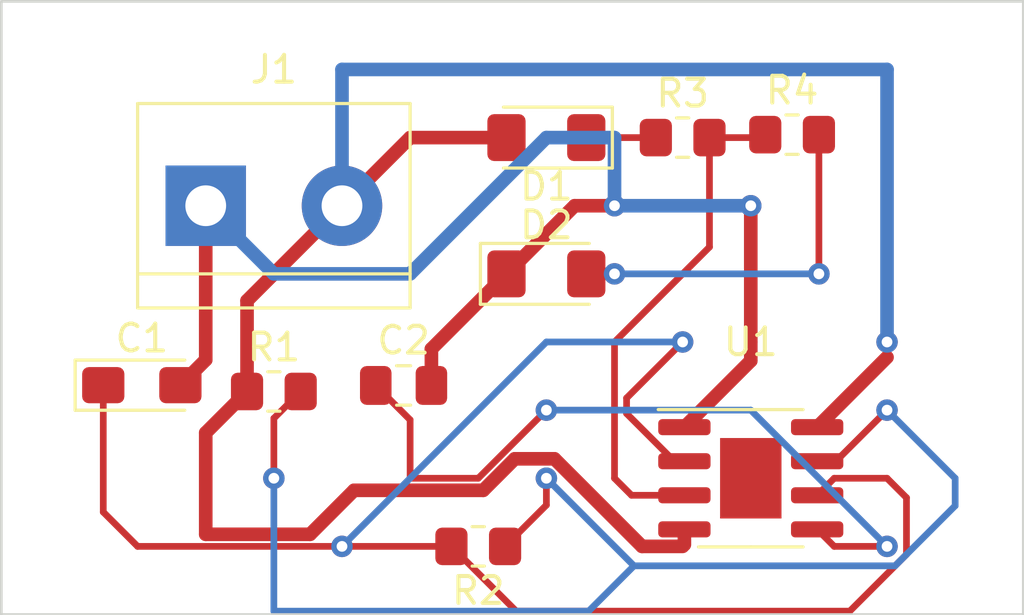
<source format=kicad_pcb>
(kicad_pcb (version 20211014) (generator pcbnew)
  (layers (0 "F.Cu" signal) (31 "B.Cu" signal) (34 "B.Paste" user) (35 "F.Paste" user) (36 "B.SilkS" user "B.Silkscreen") (37 "F.SilkS" user "F.Silkscreen") (38 "B.Mask" user) (39 "F.Mask" user) (44 "Edge.Cuts" user))
  (net 0 "")
  (net 1 "/pin_2")
  (net 2 "/GND")
  (net 3 "Net-(C2-Pad1)")
  (net 4 "Net-(D1-Pad1)")
  (net 5 "/9V")
  (net 6 "Net-(D2-Pad2)")
  (net 7 "/pin_7")
  (net 8 "/pin_3")
  (footprint "Resistor_SMD:R_0805_2012Metric_Pad1.20x1.40mm_HandSolder" (layer "F.Cu") (at 142.24 106.68 180)
    (fp_text reference "R2" (at 0 -1.65) (layer "F.SilkS"))
    (fp_text value "10k")
    (fp_line (start -0.227064 0.735) (end 0.227064 0.735) (layer "F.SilkS") (width 0.12))
    (fp_line (start -0.227064 -0.735) (end 0.227064 -0.735) (layer "F.SilkS") (width 0.12))
    (pad "1" smd roundrect (at -1 0 180) (size 1.2 1.4) (layers "F.Cu" "F.Paste" "F.Mask") (roundrect_rratio 0.208333) (net 7 "/pin_7"))
    (pad "2" smd roundrect (at 1 0 180) (size 1.2 1.4) (layers "F.Cu" "F.Paste" "F.Mask") (roundrect_rratio 0.208333) (net 1 "/pin_2"))
  )
  (footprint "Package_SO:SOIC-8-1EP_3.9x4.9mm_P1.27mm_EP2.29x3mm" (layer "F.Cu") (at 152.4 104.14)
    (fp_text reference "U1" (at 0 -5.08) (layer "F.SilkS"))
    (fp_text value "NE555D")
    (fp_line (start 0 2.56) (end 1.95 2.56) (layer "F.SilkS") (width 0.12))
    (fp_line (start 0 -2.56) (end -3.45 -2.56) (layer "F.SilkS") (width 0.12))
    (fp_line (start 0 -2.56) (end 1.95 -2.56) (layer "F.SilkS") (width 0.12))
    (fp_line (start 0 2.56) (end -1.95 2.56) (layer "F.SilkS") (width 0.12))
    (pad "1" smd roundrect (at -2.475 -1.905) (size 1.95 0.6) (layers "F.Cu" "F.Paste" "F.Mask") (net 2 "/GND"))
    (pad "2" smd roundrect (at -2.475 -0.635) (size 1.95 0.6) (layers "F.Cu" "F.Paste" "F.Mask") (net 1 "/pin_2"))
    (pad "3" smd roundrect (at -2.475 0.635) (size 1.95 0.6) (layers "F.Cu" "F.Paste" "F.Mask") (net 8 "/pin_3"))
    (pad "4" smd roundrect (at -2.475 1.905) (size 1.95 0.6) (layers "F.Cu" "F.Paste" "F.Mask") (net 5 "/9V"))
    (pad "5" smd roundrect (at 2.475 1.905) (size 1.95 0.6) (layers "F.Cu" "F.Paste" "F.Mask") (net 3 "Net-(C2-Pad1)"))
    (pad "6" smd roundrect (at 2.475 0.635) (size 1.95 0.6) (layers "F.Cu" "F.Paste" "F.Mask") (net 1 "/pin_2"))
    (pad "7" smd roundrect (at 2.475 -0.635) (size 1.95 0.6) (layers "F.Cu" "F.Paste" "F.Mask") (net 7 "/pin_7"))
    (pad "8" smd roundrect (at 2.475 -1.905) (size 1.95 0.6) (layers "F.Cu" "F.Paste" "F.Mask") (net 5 "/9V"))
    (pad "9" smd rect (at 0 0) (size 2.29 3) (layers "F.Cu" "F.Mask"))
  )
  (footprint "LED_SMD:LED_1206_3216Metric_Pad1.42x1.75mm_HandSolder" (layer "F.Cu") (at 144.78 91.44 180)
    (fp_text reference "D1" (at 0 -1.82) (layer "F.SilkS"))
    (fp_text value "LED")
    (fp_line (start 1.6 -1.135) (end -2.46 -1.135) (layer "F.SilkS") (width 0.12))
    (fp_line (start -2.46 1.135) (end 1.6 1.135) (layer "F.SilkS") (width 0.12))
    (fp_line (start -2.46 -1.135) (end -2.46 1.135) (layer "F.SilkS") (width 0.12))
    (pad "1" smd roundrect (at -1.4875 0 180) (size 1.425 1.75) (layers "F.Cu" "F.Paste" "F.Mask") (roundrect_rratio 0.175439) (net 4 "Net-(D1-Pad1)"))
    (pad "2" smd roundrect (at 1.4875 0 180) (size 1.425 1.75) (layers "F.Cu" "F.Paste" "F.Mask") (roundrect_rratio 0.175439) (net 5 "/9V"))
  )
  (footprint "Capacitor_Tantalum_SMD:CP_EIA-3216-18_Kemet-A_Pad1.58x1.35mm_HandSolder" (layer "F.Cu") (at 129.6975 100.67)
    (fp_text reference "C1" (at 0 -1.75) (layer "F.SilkS"))
    (fp_text value "10μF")
    (fp_line (start -2.485 -0.935) (end -2.485 0.935) (layer "F.SilkS") (width 0.12))
    (fp_line (start 1.6 -0.935) (end -2.485 -0.935) (layer "F.SilkS") (width 0.12))
    (fp_line (start -2.485 0.935) (end 1.6 0.935) (layer "F.SilkS") (width 0.12))
    (pad "1" smd roundrect (at -1.4375 0) (size 1.575 1.35) (layers "F.Cu" "F.Paste" "F.Mask") (roundrect_rratio 0.185185) (net 1 "/pin_2"))
    (pad "2" smd roundrect (at 1.4375 0) (size 1.575 1.35) (layers "F.Cu" "F.Paste" "F.Mask") (roundrect_rratio 0.185185) (net 2 "/GND"))
  )
  (footprint "Resistor_SMD:R_0805_2012Metric_Pad1.20x1.40mm_HandSolder" (layer "F.Cu") (at 134.62 100.905)
    (fp_text reference "R1" (at 0 -1.65) (layer "F.SilkS"))
    (fp_text value "1k")
    (fp_line (start -0.227064 0.735) (end 0.227064 0.735) (layer "F.SilkS") (width 0.12))
    (fp_line (start -0.227064 -0.735) (end 0.227064 -0.735) (layer "F.SilkS") (width 0.12))
    (pad "1" smd roundrect (at -1 0) (size 1.2 1.4) (layers "F.Cu" "F.Paste" "F.Mask") (roundrect_rratio 0.208333) (net 5 "/9V"))
    (pad "2" smd roundrect (at 1 0) (size 1.2 1.4) (layers "F.Cu" "F.Paste" "F.Mask") (roundrect_rratio 0.208333) (net 7 "/pin_7"))
  )
  (footprint "Capacitor_SMD:C_0805_2012Metric_Pad1.18x1.45mm_HandSolder" (layer "F.Cu") (at 139.456244 100.68)
    (fp_text reference "C2" (at 0 -1.68) (layer "F.SilkS"))
    (fp_text value "0.01μF")
    (fp_line (start -0.261252 0.735) (end 0.261252 0.735) (layer "F.SilkS") (width 0.12))
    (fp_line (start -0.261252 -0.735) (end 0.261252 -0.735) (layer "F.SilkS") (width 0.12))
    (pad "1" smd roundrect (at -1.0375 0) (size 1.175 1.45) (layers "F.Cu" "F.Paste" "F.Mask") (roundrect_rratio 0.212766) (net 3 "Net-(C2-Pad1)"))
    (pad "2" smd roundrect (at 1.0375 0) (size 1.175 1.45) (layers "F.Cu" "F.Paste" "F.Mask") (roundrect_rratio 0.212766) (net 2 "/GND"))
  )
  (footprint "Resistor_SMD:R_0805_2012Metric_Pad1.20x1.40mm_HandSolder" (layer "F.Cu") (at 149.86 91.44)
    (fp_text reference "R3" (at 0 -1.65) (layer "F.SilkS"))
    (fp_text value "1k")
    (fp_line (start -0.227064 -0.735) (end 0.227064 -0.735) (layer "F.SilkS") (width 0.12))
    (fp_line (start -0.227064 0.735) (end 0.227064 0.735) (layer "F.SilkS") (width 0.12))
    (pad "1" smd roundrect (at -1 0) (size 1.2 1.4) (layers "F.Cu" "F.Paste" "F.Mask") (roundrect_rratio 0.208333) (net 4 "Net-(D1-Pad1)"))
    (pad "2" smd roundrect (at 1 0) (size 1.2 1.4) (layers "F.Cu" "F.Paste" "F.Mask") (roundrect_rratio 0.208333) (net 8 "/pin_3"))
  )
  (footprint "LED_SMD:LED_1206_3216Metric_Pad1.42x1.75mm_HandSolder" (layer "F.Cu") (at 144.78 96.52)
    (fp_text reference "D2" (at 0 -1.82) (layer "F.SilkS"))
    (fp_text value "LED")
    (fp_line (start 1.6 -1.135) (end -2.46 -1.135) (layer "F.SilkS") (width 0.12))
    (fp_line (start -2.46 -1.135) (end -2.46 1.135) (layer "F.SilkS") (width 0.12))
    (fp_line (start -2.46 1.135) (end 1.6 1.135) (layer "F.SilkS") (width 0.12))
    (pad "1" smd roundrect (at -1.4875 0) (size 1.425 1.75) (layers "F.Cu" "F.Paste" "F.Mask") (roundrect_rratio 0.175439) (net 2 "/GND"))
    (pad "2" smd roundrect (at 1.4875 0) (size 1.425 1.75) (layers "F.Cu" "F.Paste" "F.Mask") (roundrect_rratio 0.175439) (net 6 "Net-(D2-Pad2)"))
  )
  (footprint "Resistor_SMD:R_0805_2012Metric_Pad1.20x1.40mm_HandSolder" (layer "F.Cu") (at 153.94 91.33)
    (fp_text reference "R4" (at 0 -1.65) (layer "F.SilkS"))
    (fp_text value "1k")
    (fp_line (start -0.227064 -0.735) (end 0.227064 -0.735) (layer "F.SilkS") (width 0.12))
    (fp_line (start -0.227064 0.735) (end 0.227064 0.735) (layer "F.SilkS") (width 0.12))
    (pad "1" smd roundrect (at -1 0) (size 1.2 1.4) (layers "F.Cu" "F.Paste" "F.Mask") (roundrect_rratio 0.208333) (net 8 "/pin_3"))
    (pad "2" smd roundrect (at 1 0) (size 1.2 1.4) (layers "F.Cu" "F.Paste" "F.Mask") (roundrect_rratio 0.208333) (net 6 "Net-(D2-Pad2)"))
  )
  (footprint "TerminalBlock:TerminalBlock_bornier-2_P5.08mm" (layer "F.Cu") (at 132.08 93.98)
    (fp_text reference "J1" (at 2.54 -5.08) (layer "F.SilkS"))
    (fp_text value "Conn_01x02_Male")
    (fp_line (start 7.62 3.81) (end 7.62 -3.81) (layer "F.SilkS") (width 0.12))
    (fp_line (start -2.54 -3.81) (end -2.54 3.81) (layer "F.SilkS") (width 0.12))
    (fp_line (start 7.62 -3.81) (end -2.54 -3.81) (layer "F.SilkS") (width 0.12))
    (fp_line (start -2.54 3.81) (end 7.62 3.81) (layer "F.SilkS") (width 0.12))
    (fp_line (start 7.62 2.54) (end -2.54 2.54) (layer "F.SilkS") (width 0.12))
    (pad "1" thru_hole rect (at 0 0) (size 3 3) (drill 1.52) (layers *.Cu *.Mask) (net 2 "/GND"))
    (pad "2" thru_hole circle (at 5.08 0) (size 3 3) (drill 1.52) (layers *.Cu *.Mask) (net 5 "/9V"))
  )
  (gr_rect (start 124.46 86.36) (end 162.56 109.22) (layer "Edge.Cuts") (width 0.1) (fill none))
  (segment (start 128.26 100.67) (end 128.26 105.4) (width 0.25) (layer "F.Cu") (net 1))
  (segment (start 156.090305 109.095) (end 143.655 109.095) (width 0.25) (layer "F.Cu") (net 1))
  (segment (start 137.16 106.68) (end 141.24 106.68) (width 0.25) (layer "F.Cu") (net 1))
  (segment (start 155.51 104.14) (end 157.48 104.14) (width 0.25) (layer "F.Cu") (net 1))
  (segment (start 147.77 101.726751) (end 147.77 101.15) (width 0.25) (layer "F.Cu") (net 1))
  (segment (start 157.48 104.14) (end 158.205 104.865) (width 0.25) (layer "F.Cu") (net 1))
  (segment (start 129.54 106.68) (end 137.16 106.68) (width 0.25) (layer "F.Cu") (net 1))
  (segment (start 143.655 109.095) (end 141.24 106.68) (width 0.25) (layer "F.Cu") (net 1))
  (segment (start 147.77 101.15) (end 149.86 99.06) (width 0.25) (layer "F.Cu") (net 1))
  (segment (start 149.548249 103.505) (end 147.77 101.726751) (width 0.25) (layer "F.Cu") (net 1))
  (segment (start 149.925 103.505) (end 149.548249 103.505) (width 0.25) (layer "F.Cu") (net 1))
  (segment (start 158.205 104.865) (end 158.205 106.980305) (width 0.25) (layer "F.Cu") (net 1))
  (segment (start 154.875 104.775) (end 155.51 104.14) (width 0.25) (layer "F.Cu") (net 1))
  (segment (start 158.205 106.980305) (end 156.090305 109.095) (width 0.25) (layer "F.Cu") (net 1))
  (segment (start 128.26 105.4) (end 129.54 106.68) (width 0.25) (layer "F.Cu") (net 1))
  (via (at 137.16 106.68) (size 0.8) (drill 0.4) (layers "F.Cu" "B.Cu") (net 1))
  (via (at 149.86 99.06) (size 0.8) (drill 0.4) (layers "F.Cu" "B.Cu") (net 1))
  (segment (start 149.86 99.06) (end 144.78 99.06) (width 0.25) (layer "B.Cu") (net 1))
  (segment (start 144.78 99.06) (end 137.16 106.68) (width 0.25) (layer "B.Cu") (net 1))
  (segment (start 149.925 102.235) (end 152.4 99.76) (width 0.508) (layer "F.Cu") (net 2))
  (segment (start 140.493744 99.318756) (end 140.493744 100.68) (width 0.508) (layer "F.Cu") (net 2))
  (segment (start 147.32 93.98) (end 145.8325 93.98) (width 0.508) (layer "F.Cu") (net 2))
  (segment (start 152.4 93.98) (end 152.4 99.06) (width 0.508) (layer "F.Cu") (net 2))
  (segment (start 145.8325 93.98) (end 143.2925 96.52) (width 0.508) (layer "F.Cu") (net 2))
  (segment (start 132.08 99.725) (end 131.135 100.67) (width 0.508) (layer "F.Cu") (net 2))
  (segment (start 152.4 99.76) (end 152.4 99.06) (width 0.508) (layer "F.Cu") (net 2))
  (segment (start 143.2925 96.52) (end 140.493744 99.318756) (width 0.508) (layer "F.Cu") (net 2))
  (segment (start 132.08 93.98) (end 132.08 99.725) (width 0.508) (layer "F.Cu") (net 2))
  (via (at 152.4 93.98) (size 0.8) (drill 0.4) (layers "F.Cu" "B.Cu") (net 2))
  (via (at 147.32 93.98) (size 0.8) (drill 0.4) (layers "F.Cu" "B.Cu") (net 2))
  (segment (start 147.32 91.44) (end 144.78 91.44) (width 0.508) (layer "B.Cu") (net 2))
  (segment (start 152.4 93.98) (end 147.32 93.98) (width 0.508) (layer "B.Cu") (net 2))
  (segment (start 147.32 93.98) (end 147.32 91.44) (width 0.508) (layer "B.Cu") (net 2))
  (segment (start 144.78 91.44) (end 139.7 96.52) (width 0.508) (layer "B.Cu") (net 2))
  (segment (start 134.62 96.52) (end 132.08 93.98) (width 0.508) (layer "B.Cu") (net 2))
  (segment (start 139.7 96.52) (end 134.62 96.52) (width 0.508) (layer "B.Cu") (net 2))
  (segment (start 155.51 106.68) (end 157.48 106.68) (width 0.25) (layer "F.Cu") (net 3))
  (segment (start 139.7 104.14) (end 142.24 104.14) (width 0.25) (layer "F.Cu") (net 3))
  (segment (start 154.875 106.045) (end 155.51 106.68) (width 0.25) (layer "F.Cu") (net 3))
  (segment (start 138.418744 100.68) (end 139.7 101.961256) (width 0.25) (layer "F.Cu") (net 3))
  (segment (start 142.24 104.14) (end 144.78 101.6) (width 0.25) (layer "F.Cu") (net 3))
  (segment (start 139.7 101.961256) (end 139.7 104.14) (width 0.25) (layer "F.Cu") (net 3))
  (via (at 144.78 101.6) (size 0.8) (drill 0.4) (layers "F.Cu" "B.Cu") (net 3))
  (via (at 157.48 106.68) (size 0.8) (drill 0.4) (layers "F.Cu" "B.Cu") (net 3))
  (segment (start 152.4 101.6) (end 144.78 101.6) (width 0.25) (layer "B.Cu") (net 3))
  (segment (start 157.48 106.68) (end 152.4 101.6) (width 0.25) (layer "B.Cu") (net 3))
  (segment (start 146.2675 91.44) (end 148.86 91.44) (width 0.25) (layer "F.Cu") (net 4))
  (segment (start 137.61 104.59) (end 135.97 106.23) (width 0.508) (layer "F.Cu") (net 5))
  (segment (start 132.08 102.445) (end 133.62 100.905) (width 0.508) (layer "F.Cu") (net 5))
  (segment (start 154.875 102.235) (end 157.48 99.63) (width 0.508) (layer "F.Cu") (net 5))
  (segment (start 135.97 106.23) (end 132.08 106.23) (width 0.508) (layer "F.Cu") (net 5))
  (segment (start 149.925 106.615) (end 149.86 106.68) (width 0.25) (layer "F.Cu") (net 5))
  (segment (start 149.925 106.045) (end 149.925 106.615) (width 0.508) (layer "F.Cu") (net 5))
  (segment (start 133.62 97.52) (end 133.62 100.905) (width 0.508) (layer "F.Cu") (net 5))
  (segment (start 149.86 106.68) (end 148.345305 106.68) (width 0.508) (layer "F.Cu") (net 5))
  (segment (start 137.16 93.98) (end 133.62 97.52) (width 0.508) (layer "F.Cu") (net 5))
  (segment (start 148.345305 106.68) (end 145.080305 103.415) (width 0.508) (layer "F.Cu") (net 5))
  (segment (start 143.2925 91.44) (end 139.7 91.44) (width 0.508) (layer "F.Cu") (net 5))
  (segment (start 157.48 99.63) (end 157.48 99.06) (width 0.25) (layer "F.Cu") (net 5))
  (segment (start 139.7 91.44) (end 137.16 93.98) (width 0.508) (layer "F.Cu") (net 5))
  (segment (start 145.080305 103.415) (end 143.601396 103.415) (width 0.508) (layer "F.Cu") (net 5))
  (segment (start 142.426396 104.59) (end 137.61 104.59) (width 0.508) (layer "F.Cu") (net 5))
  (segment (start 143.601396 103.415) (end 142.426396 104.59) (width 0.508) (layer "F.Cu") (net 5))
  (segment (start 132.08 106.23) (end 132.08 102.445) (width 0.508) (layer "F.Cu") (net 5))
  (via (at 157.48 99.06) (size 0.8) (drill 0.4) (layers "F.Cu" "B.Cu") (net 5))
  (segment (start 157.48 88.9) (end 137.16 88.9) (width 0.508) (layer "B.Cu") (net 5))
  (segment (start 157.48 99.06) (end 157.48 88.9) (width 0.508) (layer "B.Cu") (net 5))
  (segment (start 137.16 88.9) (end 137.16 93.98) (width 0.508) (layer "B.Cu") (net 5))
  (segment (start 154.94 91.44) (end 154.94 96.52) (width 0.25) (layer "F.Cu") (net 6))
  (segment (start 154.94 91.33) (end 154.94 91.44) (width 0.25) (layer "F.Cu") (net 6))
  (segment (start 147.32 96.52) (end 146.2675 96.52) (width 0.25) (layer "F.Cu") (net 6))
  (via (at 147.32 96.52) (size 0.8) (drill 0.4) (layers "F.Cu" "B.Cu") (net 6))
  (via (at 154.94 96.52) (size 0.8) (drill 0.4) (layers "F.Cu" "B.Cu") (net 6))
  (segment (start 154.94 96.52) (end 147.32 96.52) (width 0.25) (layer "B.Cu") (net 6))
  (segment (start 144.78 105.14) (end 143.24 106.68) (width 0.25) (layer "F.Cu") (net 7))
  (segment (start 154.875 103.505) (end 154.94 103.57) (width 0.25) (layer "F.Cu") (net 7))
  (segment (start 144.78 104.14) (end 144.78 105.14) (width 0.25) (layer "F.Cu") (net 7))
  (segment (start 154.94 103.57) (end 155.51 103.57) (width 0.25) (layer "F.Cu") (net 7))
  (segment (start 155.51 103.57) (end 157.48 101.6) (width 0.25) (layer "F.Cu") (net 7))
  (segment (start 134.62 101.905) (end 135.62 100.905) (width 0.25) (layer "F.Cu") (net 7))
  (segment (start 134.62 104.14) (end 134.62 101.905) (width 0.25) (layer "F.Cu") (net 7))
  (via (at 157.48 101.6) (size 0.8) (drill 0.4) (layers "F.Cu" "B.Cu") (net 7))
  (via (at 134.62 104.14) (size 0.8) (drill 0.4) (layers "F.Cu" "B.Cu") (net 7))
  (via (at 144.78 104.14) (size 0.8) (drill 0.4) (layers "F.Cu" "B.Cu") (net 7))
  (segment (start 146.355 109.095) (end 134.62 109.095) (width 0.25) (layer "B.Cu") (net 7))
  (segment (start 160.02 104.14) (end 160.02 105.165305) (width 0.25) (layer "B.Cu") (net 7))
  (segment (start 148.045 107.405) (end 146.355 109.095) (width 0.25) (layer "B.Cu") (net 7))
  (segment (start 157.48 101.6) (end 160.02 104.14) (width 0.25) (layer "B.Cu") (net 7))
  (segment (start 148.045 107.405) (end 144.78 104.14) (width 0.25) (layer "B.Cu") (net 7))
  (segment (start 134.62 109.095) (end 134.62 104.14) (width 0.25) (layer "B.Cu") (net 7))
  (segment (start 157.780305 107.405) (end 148.045 107.405) (width 0.25) (layer "B.Cu") (net 7))
  (segment (start 160.02 105.165305) (end 157.780305 107.405) (width 0.25) (layer "B.Cu") (net 7))
  (segment (start 147.32 104.14) (end 147.955 104.775) (width 0.25) (layer "F.Cu") (net 8))
  (segment (start 147.32 99.06) (end 147.32 104.14) (width 0.25) (layer "F.Cu") (net 8))
  (segment (start 150.86 95.52) (end 147.32 99.06) (width 0.25) (layer "F.Cu") (net 8))
  (segment (start 152.83 91.44) (end 152.94 91.33) (width 0.25) (layer "F.Cu") (net 8))
  (segment (start 150.86 91.44) (end 152.83 91.44) (width 0.25) (layer "F.Cu") (net 8))
  (segment (start 147.955 104.775) (end 149.925 104.775) (width 0.25) (layer "F.Cu") (net 8))
  (segment (start 150.86 91.44) (end 150.86 95.52) (width 0.25) (layer "F.Cu") (net 8))
)
</source>
